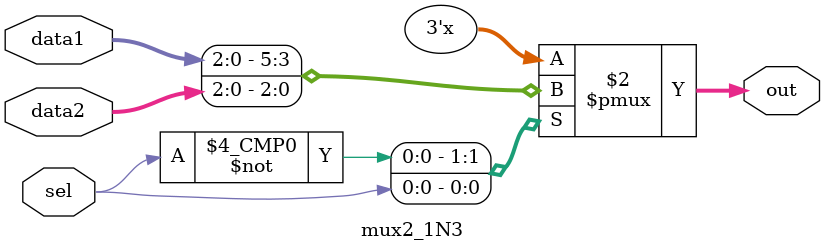
<source format=v>
module mux2_1N3(input [2:0]data1, input [2:0]data2,input sel, output reg [2:0]out);

always @(*)begin
	case(sel)
		1'b0 : out = data1;
		1'b1 : out = data2;
	endcase
end

endmodule

</source>
